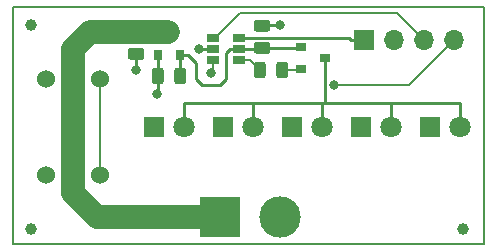
<source format=gbr>
%TF.GenerationSoftware,KiCad,Pcbnew,(5.0.0)*%
%TF.CreationDate,2019-10-30T12:42:45-05:00*%
%TF.ProjectId,Light-Up Hat,4C696768742D5570204861742E6B6963,rev?*%
%TF.SameCoordinates,Original*%
%TF.FileFunction,Copper,L1,Top,Signal*%
%TF.FilePolarity,Positive*%
%FSLAX46Y46*%
G04 Gerber Fmt 4.6, Leading zero omitted, Abs format (unit mm)*
G04 Created by KiCad (PCBNEW (5.0.0)) date 10/30/19 12:42:45*
%MOMM*%
%LPD*%
G01*
G04 APERTURE LIST*
%ADD10C,0.200000*%
%ADD11C,1.000000*%
%ADD12R,3.500120X3.500120*%
%ADD13C,3.500120*%
%ADD14C,0.100000*%
%ADD15C,0.975000*%
%ADD16R,1.800000X1.800000*%
%ADD17C,1.800000*%
%ADD18R,1.700000X1.700000*%
%ADD19O,1.700000X1.700000*%
%ADD20C,1.524000*%
%ADD21R,1.060000X0.650000*%
%ADD22R,0.900000X0.800000*%
%ADD23R,0.800000X0.900000*%
%ADD24C,0.800000*%
%ADD25C,0.250000*%
%ADD26C,2.000000*%
%ADD27C,0.127000*%
G04 APERTURE END LIST*
D10*
X124460000Y-111506000D02*
X124460000Y-91440000D01*
X164338000Y-111506000D02*
X124460000Y-111506000D01*
X164338000Y-91440000D02*
X164338000Y-111506000D01*
X124460000Y-91440000D02*
X164338000Y-91440000D01*
D11*
X162560000Y-110236000D03*
X125984000Y-110236000D03*
D12*
X141986000Y-109220000D03*
D13*
X147066000Y-109220000D03*
D14*
G36*
X135354142Y-93064174D02*
X135377803Y-93067684D01*
X135401007Y-93073496D01*
X135423529Y-93081554D01*
X135445153Y-93091782D01*
X135465670Y-93104079D01*
X135484883Y-93118329D01*
X135502607Y-93134393D01*
X135518671Y-93152117D01*
X135532921Y-93171330D01*
X135545218Y-93191847D01*
X135555446Y-93213471D01*
X135563504Y-93235993D01*
X135569316Y-93259197D01*
X135572826Y-93282858D01*
X135574000Y-93306750D01*
X135574000Y-93794250D01*
X135572826Y-93818142D01*
X135569316Y-93841803D01*
X135563504Y-93865007D01*
X135555446Y-93887529D01*
X135545218Y-93909153D01*
X135532921Y-93929670D01*
X135518671Y-93948883D01*
X135502607Y-93966607D01*
X135484883Y-93982671D01*
X135465670Y-93996921D01*
X135445153Y-94009218D01*
X135423529Y-94019446D01*
X135401007Y-94027504D01*
X135377803Y-94033316D01*
X135354142Y-94036826D01*
X135330250Y-94038000D01*
X134417750Y-94038000D01*
X134393858Y-94036826D01*
X134370197Y-94033316D01*
X134346993Y-94027504D01*
X134324471Y-94019446D01*
X134302847Y-94009218D01*
X134282330Y-93996921D01*
X134263117Y-93982671D01*
X134245393Y-93966607D01*
X134229329Y-93948883D01*
X134215079Y-93929670D01*
X134202782Y-93909153D01*
X134192554Y-93887529D01*
X134184496Y-93865007D01*
X134178684Y-93841803D01*
X134175174Y-93818142D01*
X134174000Y-93794250D01*
X134174000Y-93306750D01*
X134175174Y-93282858D01*
X134178684Y-93259197D01*
X134184496Y-93235993D01*
X134192554Y-93213471D01*
X134202782Y-93191847D01*
X134215079Y-93171330D01*
X134229329Y-93152117D01*
X134245393Y-93134393D01*
X134263117Y-93118329D01*
X134282330Y-93104079D01*
X134302847Y-93091782D01*
X134324471Y-93081554D01*
X134346993Y-93073496D01*
X134370197Y-93067684D01*
X134393858Y-93064174D01*
X134417750Y-93063000D01*
X135330250Y-93063000D01*
X135354142Y-93064174D01*
X135354142Y-93064174D01*
G37*
D15*
X134874000Y-93550500D03*
D14*
G36*
X135354142Y-94939174D02*
X135377803Y-94942684D01*
X135401007Y-94948496D01*
X135423529Y-94956554D01*
X135445153Y-94966782D01*
X135465670Y-94979079D01*
X135484883Y-94993329D01*
X135502607Y-95009393D01*
X135518671Y-95027117D01*
X135532921Y-95046330D01*
X135545218Y-95066847D01*
X135555446Y-95088471D01*
X135563504Y-95110993D01*
X135569316Y-95134197D01*
X135572826Y-95157858D01*
X135574000Y-95181750D01*
X135574000Y-95669250D01*
X135572826Y-95693142D01*
X135569316Y-95716803D01*
X135563504Y-95740007D01*
X135555446Y-95762529D01*
X135545218Y-95784153D01*
X135532921Y-95804670D01*
X135518671Y-95823883D01*
X135502607Y-95841607D01*
X135484883Y-95857671D01*
X135465670Y-95871921D01*
X135445153Y-95884218D01*
X135423529Y-95894446D01*
X135401007Y-95902504D01*
X135377803Y-95908316D01*
X135354142Y-95911826D01*
X135330250Y-95913000D01*
X134417750Y-95913000D01*
X134393858Y-95911826D01*
X134370197Y-95908316D01*
X134346993Y-95902504D01*
X134324471Y-95894446D01*
X134302847Y-95884218D01*
X134282330Y-95871921D01*
X134263117Y-95857671D01*
X134245393Y-95841607D01*
X134229329Y-95823883D01*
X134215079Y-95804670D01*
X134202782Y-95784153D01*
X134192554Y-95762529D01*
X134184496Y-95740007D01*
X134178684Y-95716803D01*
X134175174Y-95693142D01*
X134174000Y-95669250D01*
X134174000Y-95181750D01*
X134175174Y-95157858D01*
X134178684Y-95134197D01*
X134184496Y-95110993D01*
X134192554Y-95088471D01*
X134202782Y-95066847D01*
X134215079Y-95046330D01*
X134229329Y-95027117D01*
X134245393Y-95009393D01*
X134263117Y-94993329D01*
X134282330Y-94979079D01*
X134302847Y-94966782D01*
X134324471Y-94956554D01*
X134346993Y-94948496D01*
X134370197Y-94942684D01*
X134393858Y-94939174D01*
X134417750Y-94938000D01*
X135330250Y-94938000D01*
X135354142Y-94939174D01*
X135354142Y-94939174D01*
G37*
D15*
X134874000Y-95425500D03*
D14*
G36*
X136998142Y-96583174D02*
X137021803Y-96586684D01*
X137045007Y-96592496D01*
X137067529Y-96600554D01*
X137089153Y-96610782D01*
X137109670Y-96623079D01*
X137128883Y-96637329D01*
X137146607Y-96653393D01*
X137162671Y-96671117D01*
X137176921Y-96690330D01*
X137189218Y-96710847D01*
X137199446Y-96732471D01*
X137207504Y-96754993D01*
X137213316Y-96778197D01*
X137216826Y-96801858D01*
X137218000Y-96825750D01*
X137218000Y-97738250D01*
X137216826Y-97762142D01*
X137213316Y-97785803D01*
X137207504Y-97809007D01*
X137199446Y-97831529D01*
X137189218Y-97853153D01*
X137176921Y-97873670D01*
X137162671Y-97892883D01*
X137146607Y-97910607D01*
X137128883Y-97926671D01*
X137109670Y-97940921D01*
X137089153Y-97953218D01*
X137067529Y-97963446D01*
X137045007Y-97971504D01*
X137021803Y-97977316D01*
X136998142Y-97980826D01*
X136974250Y-97982000D01*
X136486750Y-97982000D01*
X136462858Y-97980826D01*
X136439197Y-97977316D01*
X136415993Y-97971504D01*
X136393471Y-97963446D01*
X136371847Y-97953218D01*
X136351330Y-97940921D01*
X136332117Y-97926671D01*
X136314393Y-97910607D01*
X136298329Y-97892883D01*
X136284079Y-97873670D01*
X136271782Y-97853153D01*
X136261554Y-97831529D01*
X136253496Y-97809007D01*
X136247684Y-97785803D01*
X136244174Y-97762142D01*
X136243000Y-97738250D01*
X136243000Y-96825750D01*
X136244174Y-96801858D01*
X136247684Y-96778197D01*
X136253496Y-96754993D01*
X136261554Y-96732471D01*
X136271782Y-96710847D01*
X136284079Y-96690330D01*
X136298329Y-96671117D01*
X136314393Y-96653393D01*
X136332117Y-96637329D01*
X136351330Y-96623079D01*
X136371847Y-96610782D01*
X136393471Y-96600554D01*
X136415993Y-96592496D01*
X136439197Y-96586684D01*
X136462858Y-96583174D01*
X136486750Y-96582000D01*
X136974250Y-96582000D01*
X136998142Y-96583174D01*
X136998142Y-96583174D01*
G37*
D15*
X136730500Y-97282000D03*
D14*
G36*
X138873142Y-96583174D02*
X138896803Y-96586684D01*
X138920007Y-96592496D01*
X138942529Y-96600554D01*
X138964153Y-96610782D01*
X138984670Y-96623079D01*
X139003883Y-96637329D01*
X139021607Y-96653393D01*
X139037671Y-96671117D01*
X139051921Y-96690330D01*
X139064218Y-96710847D01*
X139074446Y-96732471D01*
X139082504Y-96754993D01*
X139088316Y-96778197D01*
X139091826Y-96801858D01*
X139093000Y-96825750D01*
X139093000Y-97738250D01*
X139091826Y-97762142D01*
X139088316Y-97785803D01*
X139082504Y-97809007D01*
X139074446Y-97831529D01*
X139064218Y-97853153D01*
X139051921Y-97873670D01*
X139037671Y-97892883D01*
X139021607Y-97910607D01*
X139003883Y-97926671D01*
X138984670Y-97940921D01*
X138964153Y-97953218D01*
X138942529Y-97963446D01*
X138920007Y-97971504D01*
X138896803Y-97977316D01*
X138873142Y-97980826D01*
X138849250Y-97982000D01*
X138361750Y-97982000D01*
X138337858Y-97980826D01*
X138314197Y-97977316D01*
X138290993Y-97971504D01*
X138268471Y-97963446D01*
X138246847Y-97953218D01*
X138226330Y-97940921D01*
X138207117Y-97926671D01*
X138189393Y-97910607D01*
X138173329Y-97892883D01*
X138159079Y-97873670D01*
X138146782Y-97853153D01*
X138136554Y-97831529D01*
X138128496Y-97809007D01*
X138122684Y-97785803D01*
X138119174Y-97762142D01*
X138118000Y-97738250D01*
X138118000Y-96825750D01*
X138119174Y-96801858D01*
X138122684Y-96778197D01*
X138128496Y-96754993D01*
X138136554Y-96732471D01*
X138146782Y-96710847D01*
X138159079Y-96690330D01*
X138173329Y-96671117D01*
X138189393Y-96653393D01*
X138207117Y-96637329D01*
X138226330Y-96623079D01*
X138246847Y-96610782D01*
X138268471Y-96600554D01*
X138290993Y-96592496D01*
X138314197Y-96586684D01*
X138337858Y-96583174D01*
X138361750Y-96582000D01*
X138849250Y-96582000D01*
X138873142Y-96583174D01*
X138873142Y-96583174D01*
G37*
D15*
X138605500Y-97282000D03*
D14*
G36*
X146022142Y-94431174D02*
X146045803Y-94434684D01*
X146069007Y-94440496D01*
X146091529Y-94448554D01*
X146113153Y-94458782D01*
X146133670Y-94471079D01*
X146152883Y-94485329D01*
X146170607Y-94501393D01*
X146186671Y-94519117D01*
X146200921Y-94538330D01*
X146213218Y-94558847D01*
X146223446Y-94580471D01*
X146231504Y-94602993D01*
X146237316Y-94626197D01*
X146240826Y-94649858D01*
X146242000Y-94673750D01*
X146242000Y-95161250D01*
X146240826Y-95185142D01*
X146237316Y-95208803D01*
X146231504Y-95232007D01*
X146223446Y-95254529D01*
X146213218Y-95276153D01*
X146200921Y-95296670D01*
X146186671Y-95315883D01*
X146170607Y-95333607D01*
X146152883Y-95349671D01*
X146133670Y-95363921D01*
X146113153Y-95376218D01*
X146091529Y-95386446D01*
X146069007Y-95394504D01*
X146045803Y-95400316D01*
X146022142Y-95403826D01*
X145998250Y-95405000D01*
X145085750Y-95405000D01*
X145061858Y-95403826D01*
X145038197Y-95400316D01*
X145014993Y-95394504D01*
X144992471Y-95386446D01*
X144970847Y-95376218D01*
X144950330Y-95363921D01*
X144931117Y-95349671D01*
X144913393Y-95333607D01*
X144897329Y-95315883D01*
X144883079Y-95296670D01*
X144870782Y-95276153D01*
X144860554Y-95254529D01*
X144852496Y-95232007D01*
X144846684Y-95208803D01*
X144843174Y-95185142D01*
X144842000Y-95161250D01*
X144842000Y-94673750D01*
X144843174Y-94649858D01*
X144846684Y-94626197D01*
X144852496Y-94602993D01*
X144860554Y-94580471D01*
X144870782Y-94558847D01*
X144883079Y-94538330D01*
X144897329Y-94519117D01*
X144913393Y-94501393D01*
X144931117Y-94485329D01*
X144950330Y-94471079D01*
X144970847Y-94458782D01*
X144992471Y-94448554D01*
X145014993Y-94440496D01*
X145038197Y-94434684D01*
X145061858Y-94431174D01*
X145085750Y-94430000D01*
X145998250Y-94430000D01*
X146022142Y-94431174D01*
X146022142Y-94431174D01*
G37*
D15*
X145542000Y-94917500D03*
D14*
G36*
X146022142Y-92556174D02*
X146045803Y-92559684D01*
X146069007Y-92565496D01*
X146091529Y-92573554D01*
X146113153Y-92583782D01*
X146133670Y-92596079D01*
X146152883Y-92610329D01*
X146170607Y-92626393D01*
X146186671Y-92644117D01*
X146200921Y-92663330D01*
X146213218Y-92683847D01*
X146223446Y-92705471D01*
X146231504Y-92727993D01*
X146237316Y-92751197D01*
X146240826Y-92774858D01*
X146242000Y-92798750D01*
X146242000Y-93286250D01*
X146240826Y-93310142D01*
X146237316Y-93333803D01*
X146231504Y-93357007D01*
X146223446Y-93379529D01*
X146213218Y-93401153D01*
X146200921Y-93421670D01*
X146186671Y-93440883D01*
X146170607Y-93458607D01*
X146152883Y-93474671D01*
X146133670Y-93488921D01*
X146113153Y-93501218D01*
X146091529Y-93511446D01*
X146069007Y-93519504D01*
X146045803Y-93525316D01*
X146022142Y-93528826D01*
X145998250Y-93530000D01*
X145085750Y-93530000D01*
X145061858Y-93528826D01*
X145038197Y-93525316D01*
X145014993Y-93519504D01*
X144992471Y-93511446D01*
X144970847Y-93501218D01*
X144950330Y-93488921D01*
X144931117Y-93474671D01*
X144913393Y-93458607D01*
X144897329Y-93440883D01*
X144883079Y-93421670D01*
X144870782Y-93401153D01*
X144860554Y-93379529D01*
X144852496Y-93357007D01*
X144846684Y-93333803D01*
X144843174Y-93310142D01*
X144842000Y-93286250D01*
X144842000Y-92798750D01*
X144843174Y-92774858D01*
X144846684Y-92751197D01*
X144852496Y-92727993D01*
X144860554Y-92705471D01*
X144870782Y-92683847D01*
X144883079Y-92663330D01*
X144897329Y-92644117D01*
X144913393Y-92626393D01*
X144931117Y-92610329D01*
X144950330Y-92596079D01*
X144970847Y-92583782D01*
X144992471Y-92573554D01*
X145014993Y-92565496D01*
X145038197Y-92559684D01*
X145061858Y-92556174D01*
X145085750Y-92555000D01*
X145998250Y-92555000D01*
X146022142Y-92556174D01*
X146022142Y-92556174D01*
G37*
D15*
X145542000Y-93042500D03*
D16*
X136398000Y-101600000D03*
D17*
X138938000Y-101600000D03*
X144780000Y-101600000D03*
D16*
X142240000Y-101600000D03*
X148082000Y-101600000D03*
D17*
X150622000Y-101600000D03*
X156464000Y-101600000D03*
D16*
X153924000Y-101600000D03*
X159766000Y-101600000D03*
D17*
X162306000Y-101600000D03*
D18*
X154178000Y-94234000D03*
D19*
X156718000Y-94234000D03*
X159258000Y-94234000D03*
X161798000Y-94234000D03*
D14*
G36*
X147509142Y-96075174D02*
X147532803Y-96078684D01*
X147556007Y-96084496D01*
X147578529Y-96092554D01*
X147600153Y-96102782D01*
X147620670Y-96115079D01*
X147639883Y-96129329D01*
X147657607Y-96145393D01*
X147673671Y-96163117D01*
X147687921Y-96182330D01*
X147700218Y-96202847D01*
X147710446Y-96224471D01*
X147718504Y-96246993D01*
X147724316Y-96270197D01*
X147727826Y-96293858D01*
X147729000Y-96317750D01*
X147729000Y-97230250D01*
X147727826Y-97254142D01*
X147724316Y-97277803D01*
X147718504Y-97301007D01*
X147710446Y-97323529D01*
X147700218Y-97345153D01*
X147687921Y-97365670D01*
X147673671Y-97384883D01*
X147657607Y-97402607D01*
X147639883Y-97418671D01*
X147620670Y-97432921D01*
X147600153Y-97445218D01*
X147578529Y-97455446D01*
X147556007Y-97463504D01*
X147532803Y-97469316D01*
X147509142Y-97472826D01*
X147485250Y-97474000D01*
X146997750Y-97474000D01*
X146973858Y-97472826D01*
X146950197Y-97469316D01*
X146926993Y-97463504D01*
X146904471Y-97455446D01*
X146882847Y-97445218D01*
X146862330Y-97432921D01*
X146843117Y-97418671D01*
X146825393Y-97402607D01*
X146809329Y-97384883D01*
X146795079Y-97365670D01*
X146782782Y-97345153D01*
X146772554Y-97323529D01*
X146764496Y-97301007D01*
X146758684Y-97277803D01*
X146755174Y-97254142D01*
X146754000Y-97230250D01*
X146754000Y-96317750D01*
X146755174Y-96293858D01*
X146758684Y-96270197D01*
X146764496Y-96246993D01*
X146772554Y-96224471D01*
X146782782Y-96202847D01*
X146795079Y-96182330D01*
X146809329Y-96163117D01*
X146825393Y-96145393D01*
X146843117Y-96129329D01*
X146862330Y-96115079D01*
X146882847Y-96102782D01*
X146904471Y-96092554D01*
X146926993Y-96084496D01*
X146950197Y-96078684D01*
X146973858Y-96075174D01*
X146997750Y-96074000D01*
X147485250Y-96074000D01*
X147509142Y-96075174D01*
X147509142Y-96075174D01*
G37*
D15*
X147241500Y-96774000D03*
D14*
G36*
X145634142Y-96075174D02*
X145657803Y-96078684D01*
X145681007Y-96084496D01*
X145703529Y-96092554D01*
X145725153Y-96102782D01*
X145745670Y-96115079D01*
X145764883Y-96129329D01*
X145782607Y-96145393D01*
X145798671Y-96163117D01*
X145812921Y-96182330D01*
X145825218Y-96202847D01*
X145835446Y-96224471D01*
X145843504Y-96246993D01*
X145849316Y-96270197D01*
X145852826Y-96293858D01*
X145854000Y-96317750D01*
X145854000Y-97230250D01*
X145852826Y-97254142D01*
X145849316Y-97277803D01*
X145843504Y-97301007D01*
X145835446Y-97323529D01*
X145825218Y-97345153D01*
X145812921Y-97365670D01*
X145798671Y-97384883D01*
X145782607Y-97402607D01*
X145764883Y-97418671D01*
X145745670Y-97432921D01*
X145725153Y-97445218D01*
X145703529Y-97455446D01*
X145681007Y-97463504D01*
X145657803Y-97469316D01*
X145634142Y-97472826D01*
X145610250Y-97474000D01*
X145122750Y-97474000D01*
X145098858Y-97472826D01*
X145075197Y-97469316D01*
X145051993Y-97463504D01*
X145029471Y-97455446D01*
X145007847Y-97445218D01*
X144987330Y-97432921D01*
X144968117Y-97418671D01*
X144950393Y-97402607D01*
X144934329Y-97384883D01*
X144920079Y-97365670D01*
X144907782Y-97345153D01*
X144897554Y-97323529D01*
X144889496Y-97301007D01*
X144883684Y-97277803D01*
X144880174Y-97254142D01*
X144879000Y-97230250D01*
X144879000Y-96317750D01*
X144880174Y-96293858D01*
X144883684Y-96270197D01*
X144889496Y-96246993D01*
X144897554Y-96224471D01*
X144907782Y-96202847D01*
X144920079Y-96182330D01*
X144934329Y-96163117D01*
X144950393Y-96145393D01*
X144968117Y-96129329D01*
X144987330Y-96115079D01*
X145007847Y-96102782D01*
X145029471Y-96092554D01*
X145051993Y-96084496D01*
X145075197Y-96078684D01*
X145098858Y-96075174D01*
X145122750Y-96074000D01*
X145610250Y-96074000D01*
X145634142Y-96075174D01*
X145634142Y-96075174D01*
G37*
D15*
X145366500Y-96774000D03*
D20*
X127254000Y-105664000D03*
X127254000Y-97536000D03*
X131826000Y-105664000D03*
X131826000Y-97536000D03*
D21*
X141394000Y-94046000D03*
X141394000Y-94996000D03*
X141394000Y-95946000D03*
X143594000Y-95946000D03*
X143594000Y-94046000D03*
X143594000Y-94996000D03*
D22*
X148860000Y-94808000D03*
X148860000Y-96708000D03*
X150860000Y-95758000D03*
D23*
X137668000Y-93488000D03*
X138618000Y-95488000D03*
X136718000Y-95488000D03*
D11*
X125984000Y-92964000D03*
D24*
X134874000Y-96774000D03*
X136652000Y-98806000D03*
X140208000Y-94996000D03*
X147066000Y-92964000D03*
X141224000Y-97028000D03*
X151638000Y-98044000D03*
D25*
X137605500Y-93550500D02*
X137668000Y-93488000D01*
D26*
X134874000Y-93550500D02*
X137605500Y-93550500D01*
X134874000Y-93550500D02*
X130985500Y-93550500D01*
X130985500Y-93550500D02*
X129540000Y-94996000D01*
X129540000Y-94996000D02*
X129540000Y-107188000D01*
X129540000Y-107188000D02*
X131572000Y-109220000D01*
X131572000Y-109220000D02*
X141986000Y-109220000D01*
D25*
X134874000Y-95425500D02*
X134874000Y-96774000D01*
X136730500Y-98727500D02*
X136652000Y-98806000D01*
X136730500Y-97282000D02*
X136730500Y-98727500D01*
X136718000Y-97269500D02*
X136730500Y-97282000D01*
X140208000Y-94996000D02*
X141394000Y-94996000D01*
X145620500Y-92964000D02*
X145542000Y-93042500D01*
X147066000Y-92964000D02*
X145620500Y-92964000D01*
X136718000Y-95488000D02*
X136718000Y-97269500D01*
X138605500Y-95500500D02*
X138618000Y-95488000D01*
X138605500Y-97282000D02*
X138605500Y-95500500D01*
X145463500Y-94996000D02*
X145542000Y-94917500D01*
X143594000Y-94996000D02*
X145463500Y-94996000D01*
X148750500Y-94917500D02*
X148860000Y-94808000D01*
X145542000Y-94917500D02*
X148750500Y-94917500D01*
X142814000Y-94996000D02*
X143594000Y-94996000D01*
X142494000Y-95316000D02*
X142814000Y-94996000D01*
X142494000Y-97536000D02*
X142494000Y-95316000D01*
X139268000Y-95488000D02*
X139954000Y-96174000D01*
X138618000Y-95488000D02*
X139268000Y-95488000D01*
X139954000Y-96174000D02*
X139954000Y-97536000D01*
X139954000Y-97536000D02*
X140462000Y-98044000D01*
X141986000Y-98044000D02*
X142494000Y-97536000D01*
X140462000Y-98044000D02*
X141986000Y-98044000D01*
X153078000Y-94234000D02*
X154178000Y-94234000D01*
X152890000Y-94046000D02*
X153078000Y-94234000D01*
X143594000Y-94046000D02*
X152890000Y-94046000D01*
D27*
X141599000Y-94046000D02*
X143697000Y-91948000D01*
X141394000Y-94046000D02*
X141599000Y-94046000D01*
X156972000Y-91948000D02*
X159258000Y-94234000D01*
X143697000Y-91948000D02*
X156972000Y-91948000D01*
X131826000Y-98613630D02*
X131826000Y-105664000D01*
X131826000Y-97536000D02*
X131826000Y-98613630D01*
X141394000Y-96858000D02*
X141224000Y-97028000D01*
X141394000Y-95946000D02*
X141394000Y-96858000D01*
X159766000Y-96266000D02*
X161798000Y-94234000D01*
X157988000Y-98044000D02*
X159766000Y-96266000D01*
X151638000Y-98044000D02*
X157988000Y-98044000D01*
X148794000Y-96774000D02*
X148860000Y-96708000D01*
X147241500Y-96774000D02*
X148794000Y-96774000D01*
X144538500Y-95946000D02*
X145366500Y-96774000D01*
X143594000Y-95946000D02*
X144538500Y-95946000D01*
D25*
X156464000Y-99568000D02*
X156464000Y-101600000D01*
X138938000Y-101600000D02*
X138938000Y-99568000D01*
X162306000Y-99568000D02*
X156464000Y-99568000D01*
X162306000Y-101600000D02*
X162306000Y-99568000D01*
X150622000Y-100327208D02*
X150622000Y-99568000D01*
X150622000Y-101600000D02*
X150622000Y-100327208D01*
X144780000Y-100327208D02*
X144780000Y-99568000D01*
X144780000Y-101600000D02*
X144780000Y-100327208D01*
X138938000Y-99568000D02*
X144780000Y-99568000D01*
X144780000Y-99568000D02*
X150622000Y-99568000D01*
X150860000Y-99552000D02*
X150876000Y-99568000D01*
X150860000Y-95758000D02*
X150860000Y-99552000D01*
X150622000Y-99568000D02*
X150876000Y-99568000D01*
X150876000Y-99568000D02*
X156464000Y-99568000D01*
M02*

</source>
